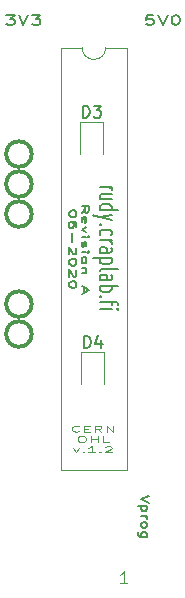
<source format=gto>
G04 #@! TF.GenerationSoftware,KiCad,Pcbnew,5.1.6-1.fc31*
G04 #@! TF.CreationDate,2020-07-21T16:24:12+03:00*
G04 #@! TF.ProjectId,rudy,72756479-2e6b-4696-9361-645f70636258,rev?*
G04 #@! TF.SameCoordinates,Original*
G04 #@! TF.FileFunction,Legend,Top*
G04 #@! TF.FilePolarity,Positive*
%FSLAX46Y46*%
G04 Gerber Fmt 4.6, Leading zero omitted, Abs format (unit mm)*
G04 Created by KiCad (PCBNEW 5.1.6-1.fc31) date 2020-07-21 16:24:12*
%MOMM*%
%LPD*%
G01*
G04 APERTURE LIST*
%ADD10C,0.125000*%
%ADD11C,0.300000*%
%ADD12C,0.200000*%
%ADD13C,0.150000*%
%ADD14C,0.175000*%
%ADD15C,0.120000*%
G04 APERTURE END LIST*
D10*
X74933333Y-102203571D02*
X74885714Y-102227380D01*
X74742857Y-102251190D01*
X74647619Y-102251190D01*
X74504761Y-102227380D01*
X74409523Y-102179761D01*
X74361904Y-102132142D01*
X74314285Y-102036904D01*
X74314285Y-101965476D01*
X74361904Y-101870238D01*
X74409523Y-101822619D01*
X74504761Y-101775000D01*
X74647619Y-101751190D01*
X74742857Y-101751190D01*
X74885714Y-101775000D01*
X74933333Y-101798809D01*
X75361904Y-101989285D02*
X75695238Y-101989285D01*
X75838095Y-102251190D02*
X75361904Y-102251190D01*
X75361904Y-101751190D01*
X75838095Y-101751190D01*
X76838095Y-102251190D02*
X76504761Y-102013095D01*
X76266666Y-102251190D02*
X76266666Y-101751190D01*
X76647619Y-101751190D01*
X76742857Y-101775000D01*
X76790476Y-101798809D01*
X76838095Y-101846428D01*
X76838095Y-101917857D01*
X76790476Y-101965476D01*
X76742857Y-101989285D01*
X76647619Y-102013095D01*
X76266666Y-102013095D01*
X77266666Y-102251190D02*
X77266666Y-101751190D01*
X77838095Y-102251190D01*
X77838095Y-101751190D01*
X75076190Y-102626190D02*
X75266666Y-102626190D01*
X75361904Y-102650000D01*
X75457142Y-102697619D01*
X75504761Y-102792857D01*
X75504761Y-102959523D01*
X75457142Y-103054761D01*
X75361904Y-103102380D01*
X75266666Y-103126190D01*
X75076190Y-103126190D01*
X74980952Y-103102380D01*
X74885714Y-103054761D01*
X74838095Y-102959523D01*
X74838095Y-102792857D01*
X74885714Y-102697619D01*
X74980952Y-102650000D01*
X75076190Y-102626190D01*
X75933333Y-103126190D02*
X75933333Y-102626190D01*
X75933333Y-102864285D02*
X76504761Y-102864285D01*
X76504761Y-103126190D02*
X76504761Y-102626190D01*
X77457142Y-103126190D02*
X76980952Y-103126190D01*
X76980952Y-102626190D01*
X74433333Y-103667857D02*
X74671428Y-104001190D01*
X74909523Y-103667857D01*
X75290476Y-103953571D02*
X75338095Y-103977380D01*
X75290476Y-104001190D01*
X75242857Y-103977380D01*
X75290476Y-103953571D01*
X75290476Y-104001190D01*
X76290476Y-104001190D02*
X75719047Y-104001190D01*
X76004761Y-104001190D02*
X76004761Y-103501190D01*
X75909523Y-103572619D01*
X75814285Y-103620238D01*
X75719047Y-103644047D01*
X76719047Y-103953571D02*
X76766666Y-103977380D01*
X76719047Y-104001190D01*
X76671428Y-103977380D01*
X76719047Y-103953571D01*
X76719047Y-104001190D01*
X77147619Y-103548809D02*
X77195238Y-103525000D01*
X77290476Y-103501190D01*
X77528571Y-103501190D01*
X77623809Y-103525000D01*
X77671428Y-103548809D01*
X77719047Y-103596428D01*
X77719047Y-103644047D01*
X77671428Y-103715476D01*
X77100000Y-104001190D01*
X77719047Y-104001190D01*
D11*
X70927631Y-93980000D02*
G75*
G03*
X70927631Y-93980000I-1077631J0D01*
G01*
X70927631Y-91440000D02*
G75*
G03*
X70927631Y-91440000I-1077631J0D01*
G01*
X70927631Y-83820000D02*
G75*
G03*
X70927631Y-83820000I-1077631J0D01*
G01*
X70927631Y-81280000D02*
G75*
G03*
X70927631Y-81280000I-1077631J0D01*
G01*
X70927631Y-78740000D02*
G75*
G03*
X70927631Y-78740000I-1077631J0D01*
G01*
D12*
X76676190Y-81533333D02*
X77742857Y-81533333D01*
X77438095Y-81533333D02*
X77590476Y-81580952D01*
X77666666Y-81628571D01*
X77742857Y-81723809D01*
X77742857Y-81819047D01*
X77742857Y-82580952D02*
X76676190Y-82580952D01*
X77742857Y-82152380D02*
X76904761Y-82152380D01*
X76752380Y-82200000D01*
X76676190Y-82295238D01*
X76676190Y-82438095D01*
X76752380Y-82533333D01*
X76828571Y-82580952D01*
X76676190Y-83485714D02*
X78276190Y-83485714D01*
X76752380Y-83485714D02*
X76676190Y-83390476D01*
X76676190Y-83200000D01*
X76752380Y-83104761D01*
X76828571Y-83057142D01*
X76980952Y-83009523D01*
X77438095Y-83009523D01*
X77590476Y-83057142D01*
X77666666Y-83104761D01*
X77742857Y-83200000D01*
X77742857Y-83390476D01*
X77666666Y-83485714D01*
X77742857Y-83866666D02*
X76676190Y-84104761D01*
X77742857Y-84342857D02*
X76676190Y-84104761D01*
X76295238Y-84009523D01*
X76219047Y-83961904D01*
X76142857Y-83866666D01*
X76828571Y-84723809D02*
X76752380Y-84771428D01*
X76676190Y-84723809D01*
X76752380Y-84676190D01*
X76828571Y-84723809D01*
X76676190Y-84723809D01*
X76752380Y-85628571D02*
X76676190Y-85533333D01*
X76676190Y-85342857D01*
X76752380Y-85247619D01*
X76828571Y-85200000D01*
X76980952Y-85152380D01*
X77438095Y-85152380D01*
X77590476Y-85200000D01*
X77666666Y-85247619D01*
X77742857Y-85342857D01*
X77742857Y-85533333D01*
X77666666Y-85628571D01*
X76676190Y-86057142D02*
X77742857Y-86057142D01*
X77438095Y-86057142D02*
X77590476Y-86104761D01*
X77666666Y-86152380D01*
X77742857Y-86247619D01*
X77742857Y-86342857D01*
X76676190Y-87104761D02*
X77514285Y-87104761D01*
X77666666Y-87057142D01*
X77742857Y-86961904D01*
X77742857Y-86771428D01*
X77666666Y-86676190D01*
X76752380Y-87104761D02*
X76676190Y-87009523D01*
X76676190Y-86771428D01*
X76752380Y-86676190D01*
X76904761Y-86628571D01*
X77057142Y-86628571D01*
X77209523Y-86676190D01*
X77285714Y-86771428D01*
X77285714Y-87009523D01*
X77361904Y-87104761D01*
X77742857Y-87580952D02*
X76142857Y-87580952D01*
X77666666Y-87580952D02*
X77742857Y-87676190D01*
X77742857Y-87866666D01*
X77666666Y-87961904D01*
X77590476Y-88009523D01*
X77438095Y-88057142D01*
X76980952Y-88057142D01*
X76828571Y-88009523D01*
X76752380Y-87961904D01*
X76676190Y-87866666D01*
X76676190Y-87676190D01*
X76752380Y-87580952D01*
X76676190Y-88628571D02*
X76752380Y-88533333D01*
X76904761Y-88485714D01*
X78276190Y-88485714D01*
X76676190Y-89438095D02*
X77514285Y-89438095D01*
X77666666Y-89390476D01*
X77742857Y-89295238D01*
X77742857Y-89104761D01*
X77666666Y-89009523D01*
X76752380Y-89438095D02*
X76676190Y-89342857D01*
X76676190Y-89104761D01*
X76752380Y-89009523D01*
X76904761Y-88961904D01*
X77057142Y-88961904D01*
X77209523Y-89009523D01*
X77285714Y-89104761D01*
X77285714Y-89342857D01*
X77361904Y-89438095D01*
X76676190Y-89914285D02*
X78276190Y-89914285D01*
X77666666Y-89914285D02*
X77742857Y-90009523D01*
X77742857Y-90200000D01*
X77666666Y-90295238D01*
X77590476Y-90342857D01*
X77438095Y-90390476D01*
X76980952Y-90390476D01*
X76828571Y-90342857D01*
X76752380Y-90295238D01*
X76676190Y-90200000D01*
X76676190Y-90009523D01*
X76752380Y-89914285D01*
X76828571Y-90819047D02*
X76752380Y-90866666D01*
X76676190Y-90819047D01*
X76752380Y-90771428D01*
X76828571Y-90819047D01*
X76676190Y-90819047D01*
X77742857Y-91152380D02*
X77742857Y-91533333D01*
X76676190Y-91295238D02*
X78047619Y-91295238D01*
X78200000Y-91342857D01*
X78276190Y-91438095D01*
X78276190Y-91533333D01*
X76676190Y-91866666D02*
X77742857Y-91866666D01*
X78276190Y-91866666D02*
X78200000Y-91819047D01*
X78123809Y-91866666D01*
X78200000Y-91914285D01*
X78276190Y-91866666D01*
X78123809Y-91866666D01*
D13*
X75153571Y-83704761D02*
X75439285Y-83371428D01*
X75153571Y-83133333D02*
X75753571Y-83133333D01*
X75753571Y-83514285D01*
X75725000Y-83609523D01*
X75696428Y-83657142D01*
X75639285Y-83704761D01*
X75553571Y-83704761D01*
X75496428Y-83657142D01*
X75467857Y-83609523D01*
X75439285Y-83514285D01*
X75439285Y-83133333D01*
X75182142Y-84514285D02*
X75153571Y-84419047D01*
X75153571Y-84228571D01*
X75182142Y-84133333D01*
X75239285Y-84085714D01*
X75467857Y-84085714D01*
X75525000Y-84133333D01*
X75553571Y-84228571D01*
X75553571Y-84419047D01*
X75525000Y-84514285D01*
X75467857Y-84561904D01*
X75410714Y-84561904D01*
X75353571Y-84085714D01*
X75553571Y-84895238D02*
X75153571Y-85133333D01*
X75553571Y-85371428D01*
X75153571Y-85752380D02*
X75553571Y-85752380D01*
X75753571Y-85752380D02*
X75725000Y-85704761D01*
X75696428Y-85752380D01*
X75725000Y-85800000D01*
X75753571Y-85752380D01*
X75696428Y-85752380D01*
X75182142Y-86180952D02*
X75153571Y-86276190D01*
X75153571Y-86466666D01*
X75182142Y-86561904D01*
X75239285Y-86609523D01*
X75267857Y-86609523D01*
X75325000Y-86561904D01*
X75353571Y-86466666D01*
X75353571Y-86323809D01*
X75382142Y-86228571D01*
X75439285Y-86180952D01*
X75467857Y-86180952D01*
X75525000Y-86228571D01*
X75553571Y-86323809D01*
X75553571Y-86466666D01*
X75525000Y-86561904D01*
X75153571Y-87038095D02*
X75553571Y-87038095D01*
X75753571Y-87038095D02*
X75725000Y-86990476D01*
X75696428Y-87038095D01*
X75725000Y-87085714D01*
X75753571Y-87038095D01*
X75696428Y-87038095D01*
X75153571Y-87657142D02*
X75182142Y-87561904D01*
X75210714Y-87514285D01*
X75267857Y-87466666D01*
X75439285Y-87466666D01*
X75496428Y-87514285D01*
X75525000Y-87561904D01*
X75553571Y-87657142D01*
X75553571Y-87800000D01*
X75525000Y-87895238D01*
X75496428Y-87942857D01*
X75439285Y-87990476D01*
X75267857Y-87990476D01*
X75210714Y-87942857D01*
X75182142Y-87895238D01*
X75153571Y-87800000D01*
X75153571Y-87657142D01*
X75553571Y-88419047D02*
X75153571Y-88419047D01*
X75496428Y-88419047D02*
X75525000Y-88466666D01*
X75553571Y-88561904D01*
X75553571Y-88704761D01*
X75525000Y-88800000D01*
X75467857Y-88847619D01*
X75153571Y-88847619D01*
X75325000Y-90038095D02*
X75325000Y-90514285D01*
X75153571Y-89942857D02*
X75753571Y-90276190D01*
X75153571Y-90609523D01*
X74703571Y-83752380D02*
X74703571Y-83847619D01*
X74675000Y-83942857D01*
X74646428Y-83990476D01*
X74589285Y-84038095D01*
X74475000Y-84085714D01*
X74332142Y-84085714D01*
X74217857Y-84038095D01*
X74160714Y-83990476D01*
X74132142Y-83942857D01*
X74103571Y-83847619D01*
X74103571Y-83752380D01*
X74132142Y-83657142D01*
X74160714Y-83609523D01*
X74217857Y-83561904D01*
X74332142Y-83514285D01*
X74475000Y-83514285D01*
X74589285Y-83561904D01*
X74646428Y-83609523D01*
X74675000Y-83657142D01*
X74703571Y-83752380D01*
X74703571Y-84942857D02*
X74703571Y-84752380D01*
X74675000Y-84657142D01*
X74646428Y-84609523D01*
X74560714Y-84514285D01*
X74446428Y-84466666D01*
X74217857Y-84466666D01*
X74160714Y-84514285D01*
X74132142Y-84561904D01*
X74103571Y-84657142D01*
X74103571Y-84847619D01*
X74132142Y-84942857D01*
X74160714Y-84990476D01*
X74217857Y-85038095D01*
X74360714Y-85038095D01*
X74417857Y-84990476D01*
X74446428Y-84942857D01*
X74475000Y-84847619D01*
X74475000Y-84657142D01*
X74446428Y-84561904D01*
X74417857Y-84514285D01*
X74360714Y-84466666D01*
X74332142Y-85466666D02*
X74332142Y-86228571D01*
X74646428Y-86657142D02*
X74675000Y-86704761D01*
X74703571Y-86800000D01*
X74703571Y-87038095D01*
X74675000Y-87133333D01*
X74646428Y-87180952D01*
X74589285Y-87228571D01*
X74532142Y-87228571D01*
X74446428Y-87180952D01*
X74103571Y-86609523D01*
X74103571Y-87228571D01*
X74703571Y-87847619D02*
X74703571Y-87942857D01*
X74675000Y-88038095D01*
X74646428Y-88085714D01*
X74589285Y-88133333D01*
X74475000Y-88180952D01*
X74332142Y-88180952D01*
X74217857Y-88133333D01*
X74160714Y-88085714D01*
X74132142Y-88038095D01*
X74103571Y-87942857D01*
X74103571Y-87847619D01*
X74132142Y-87752380D01*
X74160714Y-87704761D01*
X74217857Y-87657142D01*
X74332142Y-87609523D01*
X74475000Y-87609523D01*
X74589285Y-87657142D01*
X74646428Y-87704761D01*
X74675000Y-87752380D01*
X74703571Y-87847619D01*
X74646428Y-88561904D02*
X74675000Y-88609523D01*
X74703571Y-88704761D01*
X74703571Y-88942857D01*
X74675000Y-89038095D01*
X74646428Y-89085714D01*
X74589285Y-89133333D01*
X74532142Y-89133333D01*
X74446428Y-89085714D01*
X74103571Y-88514285D01*
X74103571Y-89133333D01*
X74703571Y-89752380D02*
X74703571Y-89847619D01*
X74675000Y-89942857D01*
X74646428Y-89990476D01*
X74589285Y-90038095D01*
X74475000Y-90085714D01*
X74332142Y-90085714D01*
X74217857Y-90038095D01*
X74160714Y-89990476D01*
X74132142Y-89942857D01*
X74103571Y-89847619D01*
X74103571Y-89752380D01*
X74132142Y-89657142D01*
X74160714Y-89609523D01*
X74217857Y-89561904D01*
X74332142Y-89514285D01*
X74475000Y-89514285D01*
X74589285Y-89561904D01*
X74646428Y-89609523D01*
X74675000Y-89657142D01*
X74703571Y-89752380D01*
D14*
X80901333Y-107674000D02*
X80201333Y-107974000D01*
X80901333Y-108274000D01*
X80668000Y-108574000D02*
X79968000Y-108574000D01*
X80634666Y-108574000D02*
X80668000Y-108659714D01*
X80668000Y-108831142D01*
X80634666Y-108916857D01*
X80601333Y-108959714D01*
X80534666Y-109002571D01*
X80334666Y-109002571D01*
X80268000Y-108959714D01*
X80234666Y-108916857D01*
X80201333Y-108831142D01*
X80201333Y-108659714D01*
X80234666Y-108574000D01*
X80201333Y-109388285D02*
X80668000Y-109388285D01*
X80534666Y-109388285D02*
X80601333Y-109431142D01*
X80634666Y-109474000D01*
X80668000Y-109559714D01*
X80668000Y-109645428D01*
X80201333Y-110074000D02*
X80234666Y-109988285D01*
X80268000Y-109945428D01*
X80334666Y-109902571D01*
X80534666Y-109902571D01*
X80601333Y-109945428D01*
X80634666Y-109988285D01*
X80668000Y-110074000D01*
X80668000Y-110202571D01*
X80634666Y-110288285D01*
X80601333Y-110331142D01*
X80534666Y-110374000D01*
X80334666Y-110374000D01*
X80268000Y-110331142D01*
X80234666Y-110288285D01*
X80201333Y-110202571D01*
X80201333Y-110074000D01*
X80668000Y-111145428D02*
X80101333Y-111145428D01*
X80034666Y-111102571D01*
X80001333Y-111059714D01*
X79968000Y-110974000D01*
X79968000Y-110845428D01*
X80001333Y-110759714D01*
X80234666Y-111145428D02*
X80201333Y-111059714D01*
X80201333Y-110888285D01*
X80234666Y-110802571D01*
X80268000Y-110759714D01*
X80334666Y-110716857D01*
X80534666Y-110716857D01*
X80601333Y-110759714D01*
X80634666Y-110802571D01*
X80668000Y-110888285D01*
X80668000Y-111059714D01*
X80634666Y-111145428D01*
D12*
X81242000Y-66998904D02*
X80670571Y-66998904D01*
X80613428Y-67379857D01*
X80670571Y-67341761D01*
X80784857Y-67303666D01*
X81070571Y-67303666D01*
X81184857Y-67341761D01*
X81242000Y-67379857D01*
X81299142Y-67456047D01*
X81299142Y-67646523D01*
X81242000Y-67722714D01*
X81184857Y-67760809D01*
X81070571Y-67798904D01*
X80784857Y-67798904D01*
X80670571Y-67760809D01*
X80613428Y-67722714D01*
X81642000Y-66998904D02*
X82042000Y-67798904D01*
X82442000Y-66998904D01*
X83070571Y-66998904D02*
X83184857Y-66998904D01*
X83299142Y-67037000D01*
X83356285Y-67075095D01*
X83413428Y-67151285D01*
X83470571Y-67303666D01*
X83470571Y-67494142D01*
X83413428Y-67646523D01*
X83356285Y-67722714D01*
X83299142Y-67760809D01*
X83184857Y-67798904D01*
X83070571Y-67798904D01*
X82956285Y-67760809D01*
X82899142Y-67722714D01*
X82842000Y-67646523D01*
X82784857Y-67494142D01*
X82784857Y-67303666D01*
X82842000Y-67151285D01*
X82899142Y-67075095D01*
X82956285Y-67037000D01*
X83070571Y-66998904D01*
X68745285Y-66998904D02*
X69488142Y-66998904D01*
X69088142Y-67303666D01*
X69259571Y-67303666D01*
X69373857Y-67341761D01*
X69431000Y-67379857D01*
X69488142Y-67456047D01*
X69488142Y-67646523D01*
X69431000Y-67722714D01*
X69373857Y-67760809D01*
X69259571Y-67798904D01*
X68916714Y-67798904D01*
X68802428Y-67760809D01*
X68745285Y-67722714D01*
X69831000Y-66998904D02*
X70231000Y-67798904D01*
X70631000Y-66998904D01*
X70916714Y-66998904D02*
X71659571Y-66998904D01*
X71259571Y-67303666D01*
X71431000Y-67303666D01*
X71545285Y-67341761D01*
X71602428Y-67379857D01*
X71659571Y-67456047D01*
X71659571Y-67646523D01*
X71602428Y-67722714D01*
X71545285Y-67760809D01*
X71431000Y-67798904D01*
X71088142Y-67798904D01*
X70973857Y-67760809D01*
X70916714Y-67722714D01*
D15*
X75200000Y-69730000D02*
X73430000Y-69730000D01*
X73430000Y-69730000D02*
X73430000Y-105530000D01*
X73430000Y-105530000D02*
X78970000Y-105530000D01*
X78970000Y-105530000D02*
X78970000Y-69730000D01*
X78970000Y-69730000D02*
X77200000Y-69730000D01*
X77200000Y-69730000D02*
G75*
G02*
X75200000Y-69730000I-1000000J0D01*
G01*
X76960000Y-78737500D02*
X76960000Y-76052500D01*
X76960000Y-76052500D02*
X75040000Y-76052500D01*
X75040000Y-76052500D02*
X75040000Y-78737500D01*
X75140000Y-95515000D02*
X75140000Y-98200000D01*
X77060000Y-95515000D02*
X75140000Y-95515000D01*
X77060000Y-98200000D02*
X77060000Y-95515000D01*
X79005714Y-115064380D02*
X78434285Y-115064380D01*
X78720000Y-115064380D02*
X78720000Y-114064380D01*
X78624761Y-114207238D01*
X78529523Y-114302476D01*
X78434285Y-114350095D01*
D13*
X75261904Y-75652380D02*
X75261904Y-74652380D01*
X75500000Y-74652380D01*
X75642857Y-74700000D01*
X75738095Y-74795238D01*
X75785714Y-74890476D01*
X75833333Y-75080952D01*
X75833333Y-75223809D01*
X75785714Y-75414285D01*
X75738095Y-75509523D01*
X75642857Y-75604761D01*
X75500000Y-75652380D01*
X75261904Y-75652380D01*
X76166666Y-74652380D02*
X76785714Y-74652380D01*
X76452380Y-75033333D01*
X76595238Y-75033333D01*
X76690476Y-75080952D01*
X76738095Y-75128571D01*
X76785714Y-75223809D01*
X76785714Y-75461904D01*
X76738095Y-75557142D01*
X76690476Y-75604761D01*
X76595238Y-75652380D01*
X76309523Y-75652380D01*
X76214285Y-75604761D01*
X76166666Y-75557142D01*
X75361904Y-95152380D02*
X75361904Y-94152380D01*
X75600000Y-94152380D01*
X75742857Y-94200000D01*
X75838095Y-94295238D01*
X75885714Y-94390476D01*
X75933333Y-94580952D01*
X75933333Y-94723809D01*
X75885714Y-94914285D01*
X75838095Y-95009523D01*
X75742857Y-95104761D01*
X75600000Y-95152380D01*
X75361904Y-95152380D01*
X76790476Y-94485714D02*
X76790476Y-95152380D01*
X76552380Y-94104761D02*
X76314285Y-94819047D01*
X76933333Y-94819047D01*
M02*

</source>
